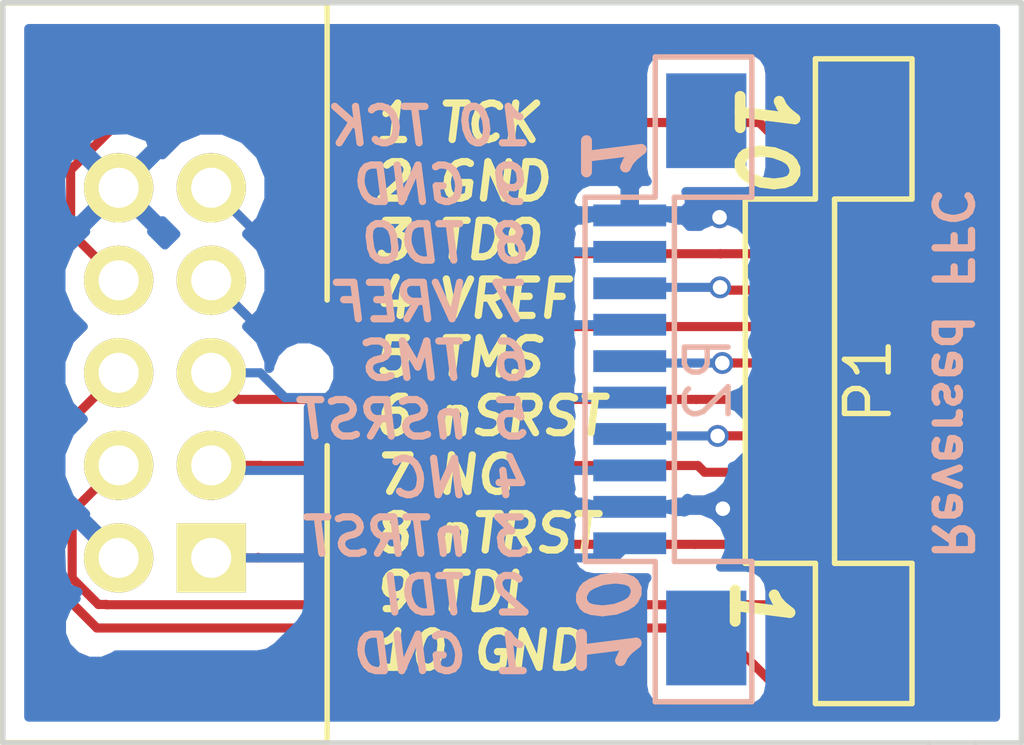
<source format=kicad_pcb>
(kicad_pcb (version 4) (host pcbnew 4.0.2-stable)

  (general
    (links 21)
    (no_connects 10)
    (area 109.779999 90.729999 137.870001 111.200001)
    (thickness 1.6)
    (drawings 14)
    (tracks 103)
    (zones 0)
    (modules 3)
    (nets 10)
  )

  (page A4)
  (layers
    (0 F.Cu signal)
    (31 B.Cu signal)
    (32 B.Adhes user)
    (33 F.Adhes user)
    (34 B.Paste user)
    (35 F.Paste user)
    (36 B.SilkS user)
    (37 F.SilkS user)
    (38 B.Mask user)
    (39 F.Mask user)
    (40 Dwgs.User user)
    (41 Cmts.User user)
    (42 Eco1.User user)
    (43 Eco2.User user)
    (44 Edge.Cuts user)
    (45 Margin user)
    (46 B.CrtYd user)
    (47 F.CrtYd user)
    (48 B.Fab user)
    (49 F.Fab user)
  )

  (setup
    (last_trace_width 0.25)
    (trace_clearance 0.2)
    (zone_clearance 0.508)
    (zone_45_only no)
    (trace_min 0.2)
    (segment_width 0.2)
    (edge_width 0.15)
    (via_size 0.6)
    (via_drill 0.4)
    (via_min_size 0.4)
    (via_min_drill 0.3)
    (uvia_size 0.3)
    (uvia_drill 0.1)
    (uvias_allowed no)
    (uvia_min_size 0.2)
    (uvia_min_drill 0.1)
    (pcb_text_width 0.3)
    (pcb_text_size 1.5 1.5)
    (mod_edge_width 0.15)
    (mod_text_size 1 1)
    (mod_text_width 0.15)
    (pad_size 1.524 1.524)
    (pad_drill 0.762)
    (pad_to_mask_clearance 0.2)
    (aux_axis_origin 0 0)
    (visible_elements 7FFFFFFF)
    (pcbplotparams
      (layerselection 0x00030_80000001)
      (usegerberextensions false)
      (excludeedgelayer true)
      (linewidth 0.100000)
      (plotframeref false)
      (viasonmask false)
      (mode 1)
      (useauxorigin false)
      (hpglpennumber 1)
      (hpglpenspeed 20)
      (hpglpendiameter 15)
      (hpglpenoverlay 2)
      (psnegative false)
      (psa4output false)
      (plotreference true)
      (plotvalue true)
      (plotinvisibletext false)
      (padsonsilk false)
      (subtractmaskfromsilk false)
      (outputformat 1)
      (mirror false)
      (drillshape 1)
      (scaleselection 1)
      (outputdirectory ""))
  )

  (net 0 "")
  (net 1 TCK)
  (net 2 GND)
  (net 3 TDO)
  (net 4 VREF)
  (net 5 TMS)
  (net 6 nSRST)
  (net 7 NC)
  (net 8 nTRST)
  (net 9 TDI)

  (net_class Default "Ceci est la Netclass par défaut"
    (clearance 0.2)
    (trace_width 0.25)
    (via_dia 0.6)
    (via_drill 0.4)
    (uvia_dia 0.3)
    (uvia_drill 0.1)
    (add_net GND)
    (add_net NC)
    (add_net TCK)
    (add_net TDI)
    (add_net TDO)
    (add_net TMS)
    (add_net VREF)
    (add_net nSRST)
    (add_net nTRST)
  )

  (module acronet:AVR-JTAG-ICE (layer F.Cu) (tedit 0) (tstamp 58AD649A)
    (at 114.3 100.965 90)
    (descr "AVR JTAG ICE Connector (PTH)")
    (tags "AVR JTAG CONNECTOR")
    (path /58AD4F0B)
    (fp_text reference CON1 (at 0 -5.7 90) (layer F.SilkS) hide
      (effects (font (size 1 1) (thickness 0.2)))
    )
    (fp_text value AVR-JTAG-10 (at 0 6 90) (layer F.SilkS) hide
      (effects (font (size 1 1) (thickness 0.2)))
    )
    (fp_line (start 10.15 4.45) (end 2 4.45) (layer F.SilkS) (width 0.15))
    (fp_line (start -10.15 4.45) (end -2 4.45) (layer F.SilkS) (width 0.15))
    (fp_line (start 10.15 -4.45) (end -10.15 -4.45) (layer F.SilkS) (width 0.15))
    (fp_line (start -10.15 -4.45) (end -10.15 4.45) (layer F.SilkS) (width 0.15))
    (fp_line (start 10.15 -4.45) (end 10.15 4.45) (layer F.SilkS) (width 0.15))
    (pad 1 thru_hole rect (at -5.08 1.27 90) (size 1.9 1.9) (drill 1.1) (layers *.Cu *.Mask F.SilkS)
      (net 1 TCK))
    (pad 2 thru_hole circle (at -5.08 -1.27 90) (size 1.9 1.9) (drill 1.1) (layers *.Cu *.Mask F.SilkS)
      (net 2 GND))
    (pad 3 thru_hole circle (at -2.54 1.27 90) (size 1.9 1.9) (drill 1.1) (layers *.Cu *.Mask F.SilkS)
      (net 3 TDO))
    (pad 4 thru_hole circle (at -2.54 -1.27 90) (size 1.9 1.9) (drill 1.1) (layers *.Cu *.Mask F.SilkS)
      (net 4 VREF))
    (pad 5 thru_hole circle (at 0 1.27 90) (size 1.9 1.9) (drill 1.1) (layers *.Cu *.Mask F.SilkS)
      (net 5 TMS))
    (pad 6 thru_hole circle (at 0 -1.27 90) (size 1.9 1.9) (drill 1.1) (layers *.Cu *.Mask F.SilkS)
      (net 6 nSRST))
    (pad 7 thru_hole circle (at 2.54 1.27 90) (size 1.9 1.9) (drill 1.1) (layers *.Cu *.Mask F.SilkS)
      (net 7 NC))
    (pad 8 thru_hole circle (at 2.54 -1.27 90) (size 1.9 1.9) (drill 1.1) (layers *.Cu *.Mask F.SilkS)
      (net 8 nTRST))
    (pad 9 thru_hole circle (at 5.08 1.27 90) (size 1.9 1.9) (drill 1.1) (layers *.Cu *.Mask F.SilkS)
      (net 9 TDI))
    (pad 10 thru_hole circle (at 5.08 -1.27 90) (size 1.9 1.9) (drill 1.1) (layers *.Cu *.Mask F.SilkS)
      (net 2 GND))
  )

  (module "FPC FFC 1mm Pitch 10 Pin:FPC_10" (layer F.Cu) (tedit 0) (tstamp 58AD64AA)
    (at 131.445 101.195 90)
    (path /58AD4F42)
    (fp_text reference P1 (at 0 2.15 90) (layer F.SilkS)
      (effects (font (size 1.2 1.2) (thickness 0.15)))
    )
    (fp_text value CONN_01X10 (at 0 3.5 90) (layer F.Fab)
      (effects (font (size 1.2 1.2) (thickness 0.15)))
    )
    (fp_line (start -5 -1.225) (end 5 -1.225) (layer F.SilkS) (width 0.15))
    (fp_line (start -5 1.225) (end 5 1.225) (layer F.SilkS) (width 0.15))
    (fp_line (start -5 1.225) (end -5 3.35) (layer F.SilkS) (width 0.15))
    (fp_line (start 5 1.225) (end 5 3.35) (layer F.SilkS) (width 0.15))
    (fp_line (start -5 3.35) (end -8.85 3.35) (layer F.SilkS) (width 0.15))
    (fp_line (start 5 3.35) (end 8.85 3.35) (layer F.SilkS) (width 0.15))
    (fp_line (start -8.85 3.35) (end -8.85 0.7) (layer F.SilkS) (width 0.15))
    (fp_line (start 8.85 3.35) (end 8.85 0.7) (layer F.SilkS) (width 0.15))
    (fp_line (start -8.85 0.7) (end -5 0.7) (layer F.SilkS) (width 0.15))
    (fp_line (start 8.85 0.7) (end 5 0.7) (layer F.SilkS) (width 0.15))
    (fp_line (start -5 0.7) (end -5 -1.225) (layer F.SilkS) (width 0.15))
    (fp_line (start 5 0.7) (end 5 -1.225) (layer F.SilkS) (width 0.15))
    (pad 1 smd rect (at -4.5 0 90) (size 0.6 2) (layers F.Cu F.Paste F.Mask)
      (net 1 TCK))
    (pad 2 smd rect (at -3.5 0 90) (size 0.6 2) (layers F.Cu F.Paste F.Mask)
      (net 2 GND))
    (pad 3 smd rect (at -2.5 0 90) (size 0.6 2) (layers F.Cu F.Paste F.Mask)
      (net 3 TDO))
    (pad 4 smd rect (at -1.5 0 90) (size 0.6 2) (layers F.Cu F.Paste F.Mask)
      (net 4 VREF))
    (pad 5 smd rect (at -0.5 0 90) (size 0.6 2) (layers F.Cu F.Paste F.Mask)
      (net 5 TMS))
    (pad 6 smd rect (at 0.5 0 90) (size 0.6 2) (layers F.Cu F.Paste F.Mask)
      (net 6 nSRST))
    (pad 7 smd rect (at 1.5 0 90) (size 0.6 2) (layers F.Cu F.Paste F.Mask)
      (net 7 NC))
    (pad 8 smd rect (at 2.5 0 90) (size 0.6 2) (layers F.Cu F.Paste F.Mask)
      (net 8 nTRST))
    (pad 9 smd rect (at 3.5 0 90) (size 0.6 2) (layers F.Cu F.Paste F.Mask)
      (net 9 TDI))
    (pad 10 smd rect (at 4.5 0 90) (size 0.6 2) (layers F.Cu F.Paste F.Mask)
      (net 2 GND))
    (pad 0 smd rect (at -7.1 2.1 90) (size 2.6 2.2) (layers F.Cu F.Paste F.Mask))
    (pad 0 smd rect (at 7.1 2.1 90) (size 2.6 2.2) (layers F.Cu F.Paste F.Mask))
  )

  (module "FPC FFC 1mm Pitch 10 Pin:FPC_10" (layer B.Cu) (tedit 0) (tstamp 58AD7590)
    (at 127.0508 101.1442 270)
    (path /58AD73A1)
    (fp_text reference P2 (at 0 -2.15 270) (layer B.SilkS)
      (effects (font (size 1.2 1.2) (thickness 0.15)) (justify mirror))
    )
    (fp_text value CONN_01X10 (at 0 -3.5 270) (layer B.Fab)
      (effects (font (size 1.2 1.2) (thickness 0.15)) (justify mirror))
    )
    (fp_line (start -5 1.225) (end 5 1.225) (layer B.SilkS) (width 0.15))
    (fp_line (start -5 -1.225) (end 5 -1.225) (layer B.SilkS) (width 0.15))
    (fp_line (start -5 -1.225) (end -5 -3.35) (layer B.SilkS) (width 0.15))
    (fp_line (start 5 -1.225) (end 5 -3.35) (layer B.SilkS) (width 0.15))
    (fp_line (start -5 -3.35) (end -8.85 -3.35) (layer B.SilkS) (width 0.15))
    (fp_line (start 5 -3.35) (end 8.85 -3.35) (layer B.SilkS) (width 0.15))
    (fp_line (start -8.85 -3.35) (end -8.85 -0.7) (layer B.SilkS) (width 0.15))
    (fp_line (start 8.85 -3.35) (end 8.85 -0.7) (layer B.SilkS) (width 0.15))
    (fp_line (start -8.85 -0.7) (end -5 -0.7) (layer B.SilkS) (width 0.15))
    (fp_line (start 8.85 -0.7) (end 5 -0.7) (layer B.SilkS) (width 0.15))
    (fp_line (start -5 -0.7) (end -5 1.225) (layer B.SilkS) (width 0.15))
    (fp_line (start 5 -0.7) (end 5 1.225) (layer B.SilkS) (width 0.15))
    (pad 1 smd rect (at -4.5 0 270) (size 0.6 2) (layers B.Cu B.Paste B.Mask)
      (net 2 GND))
    (pad 2 smd rect (at -3.5 0 270) (size 0.6 2) (layers B.Cu B.Paste B.Mask)
      (net 9 TDI))
    (pad 3 smd rect (at -2.5 0 270) (size 0.6 2) (layers B.Cu B.Paste B.Mask)
      (net 8 nTRST))
    (pad 4 smd rect (at -1.5 0 270) (size 0.6 2) (layers B.Cu B.Paste B.Mask)
      (net 7 NC))
    (pad 5 smd rect (at -0.5 0 270) (size 0.6 2) (layers B.Cu B.Paste B.Mask)
      (net 6 nSRST))
    (pad 6 smd rect (at 0.5 0 270) (size 0.6 2) (layers B.Cu B.Paste B.Mask)
      (net 5 TMS))
    (pad 7 smd rect (at 1.5 0 270) (size 0.6 2) (layers B.Cu B.Paste B.Mask)
      (net 4 VREF))
    (pad 8 smd rect (at 2.5 0 270) (size 0.6 2) (layers B.Cu B.Paste B.Mask)
      (net 3 TDO))
    (pad 9 smd rect (at 3.5 0 270) (size 0.6 2) (layers B.Cu B.Paste B.Mask)
      (net 2 GND))
    (pad 10 smd rect (at 4.5 0 270) (size 0.6 2) (layers B.Cu B.Paste B.Mask)
      (net 1 TCK))
    (pad 0 smd rect (at -7.1 -2.1 270) (size 2.6 2.2) (layers B.Cu B.Paste B.Mask))
    (pad 0 smd rect (at 7.1 -2.1 270) (size 2.6 2.2) (layers B.Cu B.Paste B.Mask))
  )

  (gr_text "Reversed FFC" (at 135.87984 100.98532 270) (layer B.SilkS)
    (effects (font (size 1 1) (thickness 0.2)) (justify mirror))
  )
  (gr_text "10 TCK\n9 GND\n8 TDO\n7 VREF\n6 TMS\n5 nSRST\n4 NC\n3 nTRST\n2 TDI\n1 GND" (at 124.44476 101.44252) (layer B.SilkS) (tstamp 58AD7801)
    (effects (font (size 1 1) (thickness 0.2) italic) (justify left mirror))
  )
  (gr_line (start 137.795 90.805) (end 135.255 90.805) (layer Edge.Cuts) (width 0.15))
  (gr_line (start 137.795 111.125) (end 137.795 90.805) (layer Edge.Cuts) (width 0.15))
  (gr_line (start 136.525 111.125) (end 137.795 111.125) (layer Edge.Cuts) (width 0.15))
  (gr_line (start 135.255 111.125) (end 136.525 111.125) (layer Edge.Cuts) (width 0.15))
  (gr_text 1 (at 130.62204 107.3658 270) (layer F.SilkS) (tstamp 58AD68EC)
    (effects (font (size 1.5 1.5) (thickness 0.3) italic))
  )
  (gr_text 10 (at 130.7592 94.52864 270) (layer F.SilkS) (tstamp 58AD68D2)
    (effects (font (size 1.5 1.5) (thickness 0.3) italic))
  )
  (gr_text 10 (at 126.40564 107.8484 270) (layer B.SilkS) (tstamp 58AD6899)
    (effects (font (size 1.5 1.5) (thickness 0.3) italic) (justify mirror))
  )
  (gr_text 1 (at 126.5428 95.01124 270) (layer B.SilkS)
    (effects (font (size 1.5 1.5) (thickness 0.3) italic) (justify mirror))
  )
  (gr_text "1 TCK\n2 GND\n3 TDO\n4 VREF\n5 TMS\n6 nSRST\n7 NC\n8 nTRST\n9 TDI\n10 GND" (at 119.95912 101.35108) (layer F.SilkS)
    (effects (font (size 1 1) (thickness 0.2) italic) (justify left))
  )
  (gr_line (start 109.855 111.125) (end 109.855 90.805) (layer Edge.Cuts) (width 0.15))
  (gr_line (start 135.255 111.125) (end 109.855 111.125) (layer Edge.Cuts) (width 0.15))
  (gr_line (start 109.855 90.805) (end 135.255 90.805) (layer Edge.Cuts) (width 0.15))

  (segment (start 115.57 106.045) (end 126.65 106.045) (width 0.25) (layer B.Cu) (net 1))
  (segment (start 126.65 106.045) (end 127.0508 105.6442) (width 0.25) (layer B.Cu) (net 1))
  (segment (start 128.84404 105.67416) (end 131.42416 105.67416) (width 0.25) (layer F.Cu) (net 1))
  (segment (start 131.42416 105.67416) (end 131.445 105.695) (width 0.25) (layer F.Cu) (net 1))
  (segment (start 127.08076 105.67416) (end 127.0508 105.6442) (width 0.25) (layer B.Cu) (net 1))
  (segment (start 124.62764 106.045) (end 124.99848 105.67416) (width 0.25) (layer F.Cu) (net 1))
  (segment (start 124.99848 105.67416) (end 128.84404 105.67416) (width 0.25) (layer F.Cu) (net 1))
  (segment (start 116.8453 106.045) (end 124.62764 106.045) (width 0.25) (layer F.Cu) (net 1))
  (segment (start 116.8594 106.0309) (end 116.8453 106.045) (width 0.25) (layer F.Cu) (net 1))
  (segment (start 115.57 106.045) (end 116.8453 106.045) (width 0.25) (layer F.Cu) (net 1))
  (segment (start 129.605 104.695) (end 127.1016 104.695) (width 0.25) (layer B.Cu) (net 2))
  (segment (start 127.1016 104.695) (end 127.0508 104.6442) (width 0.25) (layer B.Cu) (net 2))
  (segment (start 127.0508 96.6442) (end 129.4642 96.6442) (width 0.25) (layer B.Cu) (net 2))
  (segment (start 129.4642 96.6442) (end 129.515 96.695) (width 0.25) (layer B.Cu) (net 2))
  (via (at 129.605 104.695) (size 0.6) (drill 0.4) (layers F.Cu B.Cu) (net 2))
  (segment (start 130.1197 104.695) (end 129.605 104.695) (width 0.25) (layer F.Cu) (net 2))
  (via (at 129.515 96.695) (size 0.6) (drill 0.4) (layers F.Cu B.Cu) (net 2))
  (segment (start 130.1197 96.695) (end 129.515 96.695) (width 0.25) (layer F.Cu) (net 2))
  (segment (start 131.445 96.695) (end 130.1197 96.695) (width 0.25) (layer F.Cu) (net 2))
  (segment (start 131.445 104.695) (end 130.1197 104.695) (width 0.25) (layer F.Cu) (net 2))
  (segment (start 127.0508 103.6442) (end 115.7092 103.6442) (width 0.25) (layer B.Cu) (net 3))
  (segment (start 115.7092 103.6442) (end 115.57 103.505) (width 0.25) (layer B.Cu) (net 3))
  (segment (start 128.92024 103.51008) (end 129.10516 103.695) (width 0.25) (layer F.Cu) (net 3))
  (segment (start 129.10516 103.695) (end 131.445 103.695) (width 0.25) (layer F.Cu) (net 3))
  (segment (start 131.27024 103.52024) (end 131.445 103.695) (width 0.25) (layer F.Cu) (net 3))
  (segment (start 127.17476 103.52024) (end 127.0508 103.6442) (width 0.25) (layer B.Cu) (net 3))
  (segment (start 116.918582 103.51008) (end 128.92024 103.51008) (width 0.25) (layer F.Cu) (net 3))
  (segment (start 115.57 103.505) (end 116.913502 103.505) (width 0.25) (layer F.Cu) (net 3))
  (segment (start 116.913502 103.505) (end 116.918582 103.51008) (width 0.25) (layer F.Cu) (net 3))
  (segment (start 131.255 103.505) (end 131.35 103.6) (width 0.25) (layer F.Cu) (net 3))
  (segment (start 131.35 103.6) (end 131.445 103.695) (width 0.25) (layer F.Cu) (net 3))
  (segment (start 115.665 103.6) (end 115.57 103.505) (width 0.25) (layer F.Cu) (net 3))
  (segment (start 129.4638 102.69728) (end 127.10388 102.69728) (width 0.25) (layer B.Cu) (net 4))
  (segment (start 127.10388 102.69728) (end 127.0508 102.6442) (width 0.25) (layer B.Cu) (net 4))
  (segment (start 131.445 102.695) (end 129.46608 102.695) (width 0.25) (layer F.Cu) (net 4))
  (segment (start 129.46608 102.695) (end 129.4638 102.69728) (width 0.25) (layer F.Cu) (net 4))
  (via (at 129.4638 102.69728) (size 0.6) (drill 0.4) (layers F.Cu B.Cu) (net 4))
  (segment (start 112.080001 104.454999) (end 113.03 103.505) (width 0.25) (layer F.Cu) (net 4))
  (segment (start 111.754999 104.780001) (end 112.080001 104.454999) (width 0.25) (layer F.Cu) (net 4))
  (segment (start 112.475699 107.324999) (end 111.754999 106.604299) (width 0.25) (layer F.Cu) (net 4))
  (segment (start 112.695001 107.324999) (end 112.475699 107.324999) (width 0.25) (layer F.Cu) (net 4))
  (segment (start 112.701802 107.3318) (end 112.695001 107.324999) (width 0.25) (layer F.Cu) (net 4))
  (segment (start 131.5885 107.3318) (end 112.701802 107.3318) (width 0.25) (layer F.Cu) (net 4))
  (segment (start 132.7703 106.15) (end 131.5885 107.3318) (width 0.25) (layer F.Cu) (net 4))
  (segment (start 132.7703 102.7703) (end 132.7703 106.15) (width 0.25) (layer F.Cu) (net 4))
  (segment (start 131.445 102.695) (end 132.695 102.695) (width 0.25) (layer F.Cu) (net 4))
  (segment (start 132.695 102.695) (end 132.7703 102.7703) (width 0.25) (layer F.Cu) (net 4))
  (segment (start 111.754999 106.604299) (end 111.754999 104.780001) (width 0.25) (layer F.Cu) (net 4))
  (segment (start 128.873 101.695) (end 131.445 101.695) (width 0.25) (layer F.Cu) (net 5))
  (segment (start 115.57 100.965) (end 116.913502 100.965) (width 0.25) (layer B.Cu) (net 5))
  (segment (start 116.913502 100.965) (end 117.592702 101.6442) (width 0.25) (layer B.Cu) (net 5))
  (segment (start 117.592702 101.6442) (end 125.8008 101.6442) (width 0.25) (layer B.Cu) (net 5))
  (segment (start 125.8008 101.6442) (end 127.0508 101.6442) (width 0.25) (layer B.Cu) (net 5))
  (segment (start 127.1082 101.7016) (end 127.0508 101.6442) (width 0.25) (layer B.Cu) (net 5))
  (segment (start 116.3 101.695) (end 128.873 101.695) (width 0.25) (layer F.Cu) (net 5))
  (segment (start 127.10312 101.69652) (end 127.0508 101.6442) (width 0.25) (layer B.Cu) (net 5))
  (segment (start 116.3 101.695) (end 115.57 100.965) (width 0.25) (layer F.Cu) (net 5))
  (segment (start 131.445 100.695) (end 129.59156 100.695) (width 0.25) (layer F.Cu) (net 6))
  (segment (start 129.59156 100.695) (end 129.5908 100.69576) (width 0.25) (layer F.Cu) (net 6))
  (segment (start 135.509 109.74324) (end 135.509 103.509) (width 0.25) (layer F.Cu) (net 6))
  (segment (start 135.509 103.509) (end 132.695 100.695) (width 0.25) (layer F.Cu) (net 6))
  (segment (start 132.695 100.695) (end 131.445 100.695) (width 0.25) (layer F.Cu) (net 6))
  (segment (start 134.89432 110.35792) (end 135.509 109.74324) (width 0.25) (layer F.Cu) (net 6))
  (segment (start 134.467082 110.35792) (end 134.89432 110.35792) (width 0.25) (layer F.Cu) (net 6))
  (segment (start 131.84124 110.363) (end 134.462002 110.363) (width 0.25) (layer F.Cu) (net 6))
  (segment (start 134.462002 110.363) (end 134.467082 110.35792) (width 0.25) (layer F.Cu) (net 6))
  (segment (start 129.44824 107.97) (end 131.84124 110.363) (width 0.25) (layer F.Cu) (net 6))
  (segment (start 112.431587 107.97) (end 129.44824 107.97) (width 0.25) (layer F.Cu) (net 6))
  (segment (start 129.5908 100.69576) (end 127.10236 100.69576) (width 0.25) (layer B.Cu) (net 6))
  (segment (start 127.10236 100.69576) (end 127.0508 100.6442) (width 0.25) (layer B.Cu) (net 6))
  (segment (start 129.58504 100.69) (end 129.5908 100.69576) (width 0.25) (layer F.Cu) (net 6))
  (via (at 129.5908 100.69576) (size 0.6) (drill 0.4) (layers F.Cu B.Cu) (net 6))
  (segment (start 127.05512 100.63988) (end 127.0508 100.6442) (width 0.25) (layer B.Cu) (net 6))
  (segment (start 131.44 100.69) (end 131.445 100.695) (width 0.25) (layer F.Cu) (net 6))
  (segment (start 113.03 100.965) (end 111.304988 102.690012) (width 0.25) (layer F.Cu) (net 6))
  (segment (start 111.304988 102.690012) (end 111.304988 106.843401) (width 0.25) (layer F.Cu) (net 6))
  (segment (start 111.304988 106.843401) (end 112.431587 107.97) (width 0.25) (layer F.Cu) (net 6))
  (segment (start 127.0508 99.6442) (end 116.7892 99.6442) (width 0.25) (layer B.Cu) (net 7))
  (segment (start 116.7892 99.6442) (end 115.57 98.425) (width 0.25) (layer B.Cu) (net 7))
  (segment (start 116.84 99.695) (end 131.445 99.695) (width 0.25) (layer F.Cu) (net 7))
  (segment (start 127.11684 99.71024) (end 127.0508 99.6442) (width 0.25) (layer B.Cu) (net 7))
  (segment (start 127.21844 99.47656) (end 127.0508 99.6442) (width 0.25) (layer B.Cu) (net 7))
  (segment (start 115.57 98.425) (end 116.84 99.695) (width 0.25) (layer F.Cu) (net 7))
  (segment (start 129.52984 98.61804) (end 127.07696 98.61804) (width 0.25) (layer B.Cu) (net 8))
  (segment (start 127.07696 98.61804) (end 127.0508 98.6442) (width 0.25) (layer B.Cu) (net 8))
  (segment (start 131.445 98.695) (end 129.6068 98.695) (width 0.25) (layer F.Cu) (net 8))
  (via (at 129.52984 98.61804) (size 0.6) (drill 0.4) (layers F.Cu B.Cu) (net 8))
  (segment (start 129.6068 98.695) (end 129.52984 98.61804) (width 0.25) (layer F.Cu) (net 8))
  (segment (start 111.7131 97.1081) (end 113.03 98.425) (width 0.25) (layer F.Cu) (net 8))
  (segment (start 111.7131 95.3967) (end 111.7131 97.1081) (width 0.25) (layer F.Cu) (net 8))
  (segment (start 113.0164 94.0934) (end 111.7131 95.3967) (width 0.25) (layer F.Cu) (net 8))
  (segment (start 130.6081 94.0934) (end 113.0164 94.0934) (width 0.25) (layer F.Cu) (net 8))
  (segment (start 132.7703 96.2556) (end 130.6081 94.0934) (width 0.25) (layer F.Cu) (net 8))
  (segment (start 132.7703 98.695) (end 132.7703 96.2556) (width 0.25) (layer F.Cu) (net 8))
  (segment (start 131.445 98.695) (end 132.7703 98.695) (width 0.25) (layer F.Cu) (net 8))
  (segment (start 127.0508 97.6442) (end 117.3292 97.6442) (width 0.25) (layer B.Cu) (net 9))
  (segment (start 117.3292 97.6442) (end 115.57 95.885) (width 0.25) (layer B.Cu) (net 9))
  (segment (start 129.53644 97.695) (end 131.445 97.695) (width 0.25) (layer F.Cu) (net 9))
  (segment (start 127.11024 97.70364) (end 127.0508 97.6442) (width 0.25) (layer B.Cu) (net 9))
  (segment (start 124.27204 97.695) (end 129.53644 97.695) (width 0.25) (layer F.Cu) (net 9))
  (segment (start 129.53644 97.695) (end 129.54508 97.70364) (width 0.25) (layer F.Cu) (net 9))
  (segment (start 124.27204 97.695) (end 117.38 97.695) (width 0.25) (layer F.Cu) (net 9))
  (segment (start 117.38 97.695) (end 115.57 95.885) (width 0.25) (layer F.Cu) (net 9))

  (zone (net 2) (net_name GND) (layer B.Cu) (tstamp 0) (hatch edge 0.508)
    (connect_pads (clearance 0.508))
    (min_thickness 0.254)
    (fill yes (arc_segments 16) (thermal_gap 0.508) (thermal_bridge_width 0.508))
    (polygon
      (pts
        (xy 109.855 90.805) (xy 137.795 90.805) (xy 137.795 111.125) (xy 109.855 111.125)
      )
    )
    (filled_polygon
      (pts
        (xy 137.085 110.415) (xy 110.565 110.415) (xy 110.565 105.792398) (xy 111.433812 105.792398) (xy 111.458648 106.422461)
        (xy 111.651981 106.889208) (xy 111.913648 106.981744) (xy 111.799234 107.096158) (xy 111.863005 107.159929) (xy 111.602808 107.419673)
        (xy 111.460162 107.763201) (xy 111.459838 108.135167) (xy 111.601883 108.478943) (xy 111.864673 108.742192) (xy 112.208201 108.884838)
        (xy 112.580167 108.885162) (xy 112.923943 108.743117) (xy 112.957118 108.71) (xy 116.84 108.71) (xy 117.130839 108.652148)
        (xy 117.377401 108.487401) (xy 118.012401 107.852401) (xy 118.177148 107.605839) (xy 118.235 107.315) (xy 118.235 105.3442)
        (xy 125.40336 105.3442) (xy 125.40336 105.9442) (xy 125.447638 106.179517) (xy 125.58671 106.395641) (xy 125.79891 106.540631)
        (xy 126.0508 106.59164) (xy 127.523154 106.59164) (xy 127.454369 106.69231) (xy 127.40336 106.9442) (xy 127.40336 109.5442)
        (xy 127.447638 109.779517) (xy 127.58671 109.995641) (xy 127.79891 110.140631) (xy 128.0508 110.19164) (xy 130.2508 110.19164)
        (xy 130.486117 110.147362) (xy 130.702241 110.00829) (xy 130.847231 109.79609) (xy 130.89824 109.5442) (xy 130.89824 106.9442)
        (xy 130.853962 106.708883) (xy 130.71489 106.492759) (xy 130.50269 106.347769) (xy 130.2508 106.29676) (xy 129.543798 106.29676)
        (xy 129.636232 106.204487) (xy 129.778878 105.860959) (xy 129.779202 105.488993) (xy 129.637157 105.145217) (xy 129.374367 104.881968)
        (xy 129.030839 104.739322) (xy 128.658873 104.738998) (xy 128.542806 104.786956) (xy 128.52705 104.7712) (xy 128.336982 104.7712)
        (xy 128.30269 104.747769) (xy 128.0508 104.69676) (xy 126.0508 104.69676) (xy 125.815483 104.741038) (xy 125.76861 104.7712)
        (xy 125.57455 104.7712) (xy 125.4158 104.92995) (xy 125.4158 105.070509) (xy 125.44467 105.140207) (xy 125.40336 105.3442)
        (xy 118.235 105.3442) (xy 118.235 101.914802) (xy 118.24968 101.900122) (xy 118.295167 101.900162) (xy 118.638943 101.758117)
        (xy 118.902192 101.495327) (xy 119.044838 101.151799) (xy 119.045162 100.779833) (xy 118.903117 100.436057) (xy 118.640327 100.172808)
        (xy 118.296799 100.030162) (xy 117.924833 100.029838) (xy 117.581057 100.171883) (xy 117.317808 100.434673) (xy 117.175162 100.778201)
        (xy 117.175121 100.825077) (xy 117.155105 100.845093) (xy 117.155275 100.651107) (xy 116.914481 100.068343) (xy 116.541529 99.694739)
        (xy 116.912914 99.324003) (xy 117.154724 98.741659) (xy 117.155275 98.111107) (xy 116.914481 97.528343) (xy 116.73066 97.3442)
        (xy 125.40336 97.3442) (xy 125.40336 97.9442) (xy 125.442374 98.151542) (xy 125.40336 98.3442) (xy 125.40336 98.9442)
        (xy 125.442374 99.151542) (xy 125.40336 99.3442) (xy 125.40336 99.9442) (xy 125.442374 100.151542) (xy 125.40336 100.3442)
        (xy 125.40336 100.9442) (xy 125.442374 101.151542) (xy 125.40336 101.3442) (xy 125.40336 101.9442) (xy 125.442374 102.151542)
        (xy 125.40336 102.3442) (xy 125.40336 102.9442) (xy 125.442374 103.151542) (xy 125.40336 103.3442) (xy 125.40336 103.9442)
        (xy 125.442658 104.15305) (xy 125.4158 104.217891) (xy 125.4158 104.35845) (xy 125.57455 104.5172) (xy 125.764618 104.5172)
        (xy 125.79891 104.540631) (xy 126.0508 104.59164) (xy 128.0508 104.59164) (xy 128.286117 104.547362) (xy 128.33299 104.5172)
        (xy 128.52705 104.5172) (xy 128.634482 104.409768) (xy 128.743601 104.455078) (xy 129.115567 104.455402) (xy 129.459343 104.313357)
        (xy 129.722592 104.050567) (xy 129.865238 103.707039) (xy 129.865381 103.543022) (xy 129.992743 103.490397) (xy 130.255992 103.227607)
        (xy 130.398638 102.884079) (xy 130.398962 102.512113) (xy 130.256917 102.168337) (xy 129.994127 101.905088) (xy 129.814488 101.830495)
        (xy 129.814676 101.614928) (xy 130.119743 101.488877) (xy 130.382992 101.226087) (xy 130.525638 100.882559) (xy 130.525962 100.510593)
        (xy 130.386061 100.172006) (xy 130.500238 99.897039) (xy 130.500562 99.525073) (xy 130.358517 99.181297) (xy 130.323093 99.145811)
        (xy 130.464678 98.804839) (xy 130.465002 98.432873) (xy 130.3601 98.178991) (xy 130.479918 97.890439) (xy 130.480242 97.518473)
        (xy 130.338197 97.174697) (xy 130.075407 96.911448) (xy 129.731879 96.768802) (xy 129.359913 96.768478) (xy 129.016137 96.910523)
        (xy 128.982962 96.94364) (xy 128.6858 96.94364) (xy 128.6858 96.92995) (xy 128.52705 96.7712) (xy 128.336982 96.7712)
        (xy 128.30269 96.747769) (xy 128.0508 96.69676) (xy 126.0508 96.69676) (xy 125.815483 96.741038) (xy 125.76861 96.7712)
        (xy 125.57455 96.7712) (xy 125.4158 96.92995) (xy 125.4158 97.070509) (xy 125.44467 97.140207) (xy 125.40336 97.3442)
        (xy 116.73066 97.3442) (xy 116.541529 97.154739) (xy 116.912914 96.784003) (xy 117.147983 96.217891) (xy 125.4158 96.217891)
        (xy 125.4158 96.35845) (xy 125.57455 96.5172) (xy 126.9238 96.5172) (xy 126.9238 95.86795) (xy 127.1778 95.86795)
        (xy 127.1778 96.5172) (xy 128.52705 96.5172) (xy 128.6858 96.35845) (xy 128.6858 96.217891) (xy 128.592084 95.99164)
        (xy 130.2508 95.99164) (xy 130.486117 95.947362) (xy 130.702241 95.80829) (xy 130.847231 95.59609) (xy 130.89824 95.3442)
        (xy 130.89824 92.7442) (xy 130.853962 92.508883) (xy 130.71489 92.292759) (xy 130.50269 92.147769) (xy 130.2508 92.09676)
        (xy 128.0508 92.09676) (xy 127.815483 92.141038) (xy 127.599359 92.28011) (xy 127.454369 92.49231) (xy 127.40336 92.7442)
        (xy 127.40336 95.3442) (xy 127.447638 95.579517) (xy 127.531087 95.7092) (xy 127.33655 95.7092) (xy 127.1778 95.86795)
        (xy 126.9238 95.86795) (xy 126.76505 95.7092) (xy 125.92449 95.7092) (xy 125.691101 95.805873) (xy 125.512473 95.984502)
        (xy 125.4158 96.217891) (xy 117.147983 96.217891) (xy 117.154724 96.201659) (xy 117.155275 95.571107) (xy 116.914481 94.988343)
        (xy 116.469003 94.542086) (xy 115.886659 94.300276) (xy 115.256107 94.299725) (xy 114.673343 94.540519) (xy 114.233884 94.979211)
        (xy 114.14635 94.948255) (xy 113.209605 95.885) (xy 114.14635 96.821745) (xy 114.234439 96.790593) (xy 114.598471 97.155261)
        (xy 114.299739 97.453471) (xy 113.935789 97.088884) (xy 113.966745 97.00135) (xy 113.03 96.064605) (xy 112.093255 97.00135)
        (xy 112.124407 97.089439) (xy 111.687086 97.525997) (xy 111.445276 98.108341) (xy 111.444725 98.738893) (xy 111.685519 99.321657)
        (xy 112.058471 99.695261) (xy 111.687086 100.065997) (xy 111.445276 100.648341) (xy 111.444725 101.278893) (xy 111.685519 101.861657)
        (xy 112.058471 102.235261) (xy 111.687086 102.605997) (xy 111.445276 103.188341) (xy 111.444725 103.818893) (xy 111.685519 104.401657)
        (xy 112.124211 104.841116) (xy 112.093255 104.92865) (xy 113.03 105.865395) (xy 113.044143 105.851253) (xy 113.223748 106.030858)
        (xy 113.209605 106.045) (xy 113.223748 106.059143) (xy 113.044143 106.238748) (xy 113.03 106.224605) (xy 113.015858 106.238748)
        (xy 112.836253 106.059143) (xy 112.850395 106.045) (xy 111.91365 105.108255) (xy 111.651981 105.200792) (xy 111.433812 105.792398)
        (xy 110.565 105.792398) (xy 110.565 95.632398) (xy 111.433812 95.632398) (xy 111.458648 96.262461) (xy 111.651981 96.729208)
        (xy 111.91365 96.821745) (xy 112.850395 95.885) (xy 111.91365 94.948255) (xy 111.651981 95.040792) (xy 111.433812 95.632398)
        (xy 110.565 95.632398) (xy 110.565 94.76865) (xy 112.093255 94.76865) (xy 113.03 95.705395) (xy 113.966745 94.76865)
        (xy 113.874208 94.506981) (xy 113.282602 94.288812) (xy 112.652539 94.313648) (xy 112.185792 94.506981) (xy 112.093255 94.76865)
        (xy 110.565 94.76865) (xy 110.565 91.515) (xy 137.085 91.515)
      )
    )
  )
)

</source>
